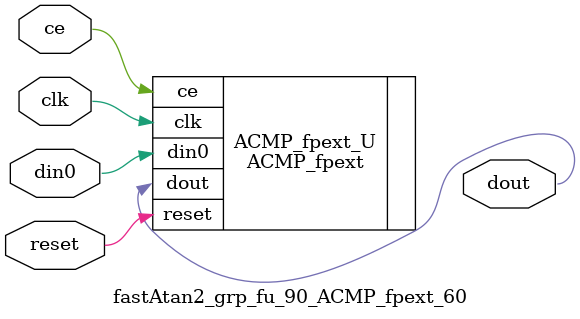
<source format=v>

`timescale 1 ns / 1 ps
module fastAtan2_grp_fu_90_ACMP_fpext_60(
    clk,
    reset,
    ce,
    din0,
    dout);

parameter ID = 32'd1;
parameter NUM_STAGE = 32'd1;
parameter din0_WIDTH = 32'd1;
parameter dout_WIDTH = 32'd1;
input clk;
input reset;
input ce;
input[din0_WIDTH - 1:0] din0;
output[dout_WIDTH - 1:0] dout;



ACMP_fpext #(
.ID( ID ),
.NUM_STAGE( 4 ),
.din0_WIDTH( din0_WIDTH ),
.dout_WIDTH( dout_WIDTH ))
ACMP_fpext_U(
    .clk( clk ),
    .reset( reset ),
    .ce( ce ),
    .din0( din0 ),
    .dout( dout ));

endmodule

</source>
